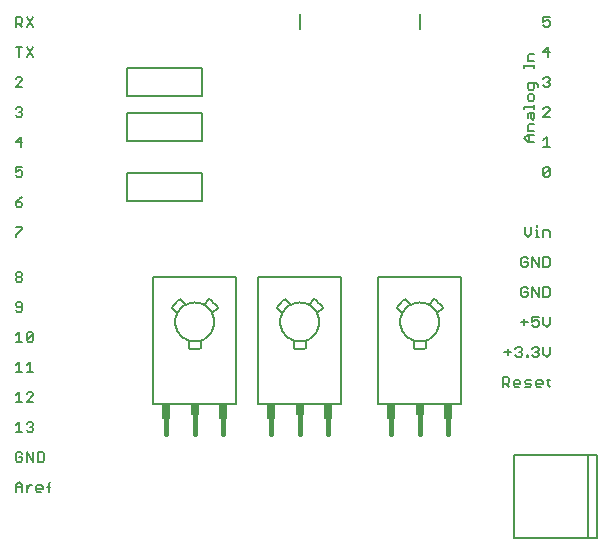
<source format=gto>
G75*
G70*
%OFA0B0*%
%FSLAX24Y24*%
%IPPOS*%
%LPD*%
%AMOC8*
5,1,8,0,0,1.08239X$1,22.5*
%
%ADD10C,0.0050*%
%ADD11R,0.0250X0.0500*%
%ADD12C,0.0160*%
%ADD13R,0.0250X0.0375*%
%ADD14C,0.0060*%
%ADD15C,0.0080*%
D10*
X006635Y015014D02*
X009385Y015014D01*
X009385Y019264D01*
X006635Y019264D01*
X006635Y015014D01*
X007810Y016887D02*
X007810Y017146D01*
X008210Y017146D02*
X008210Y016887D01*
X007243Y018234D02*
X007274Y018282D01*
X007309Y018328D01*
X007346Y018372D01*
X007387Y018413D01*
X007430Y018452D01*
X007475Y018488D01*
X007522Y018520D01*
X007522Y018521D02*
X007707Y018339D01*
X007427Y018053D02*
X007242Y018234D01*
X008498Y018520D02*
X008545Y018488D01*
X008590Y018452D01*
X008633Y018413D01*
X008674Y018372D01*
X008711Y018328D01*
X008746Y018282D01*
X008777Y018234D01*
X008592Y018053D01*
X008313Y018339D02*
X008498Y018521D01*
X007360Y017764D02*
X007362Y017814D01*
X007368Y017864D01*
X007378Y017914D01*
X007391Y017962D01*
X007408Y018010D01*
X007429Y018056D01*
X007453Y018100D01*
X007481Y018142D01*
X007512Y018182D01*
X007546Y018219D01*
X007583Y018254D01*
X007622Y018285D01*
X007663Y018314D01*
X007707Y018339D01*
X007753Y018361D01*
X007800Y018379D01*
X007848Y018393D01*
X007897Y018404D01*
X007947Y018411D01*
X007997Y018414D01*
X008048Y018413D01*
X008098Y018408D01*
X008148Y018399D01*
X008196Y018387D01*
X008244Y018370D01*
X008290Y018350D01*
X008335Y018327D01*
X008378Y018300D01*
X008418Y018270D01*
X008456Y018237D01*
X008491Y018201D01*
X008524Y018162D01*
X008553Y018121D01*
X008579Y018078D01*
X008602Y018033D01*
X008621Y017986D01*
X008636Y017938D01*
X008648Y017889D01*
X008656Y017839D01*
X008660Y017789D01*
X008660Y017739D01*
X008656Y017689D01*
X008648Y017639D01*
X008636Y017590D01*
X008621Y017542D01*
X008602Y017495D01*
X008579Y017450D01*
X008553Y017407D01*
X008524Y017366D01*
X008491Y017327D01*
X008456Y017291D01*
X008418Y017258D01*
X008378Y017228D01*
X008335Y017201D01*
X008290Y017178D01*
X008244Y017158D01*
X008196Y017141D01*
X008148Y017129D01*
X008098Y017120D01*
X008048Y017115D01*
X007997Y017114D01*
X007947Y017117D01*
X007897Y017124D01*
X007848Y017135D01*
X007800Y017149D01*
X007753Y017167D01*
X007707Y017189D01*
X007663Y017214D01*
X007622Y017243D01*
X007583Y017274D01*
X007546Y017309D01*
X007512Y017346D01*
X007481Y017386D01*
X007453Y017428D01*
X007429Y017472D01*
X007408Y017518D01*
X007391Y017566D01*
X007378Y017614D01*
X007368Y017664D01*
X007362Y017714D01*
X007360Y017764D01*
X007810Y016887D02*
X007867Y016876D01*
X007924Y016868D01*
X007981Y016864D01*
X008039Y016864D01*
X008096Y016868D01*
X008153Y016876D01*
X008210Y016887D01*
X010135Y015014D02*
X012885Y015014D01*
X012885Y019264D01*
X010135Y019264D01*
X010135Y015014D01*
X011310Y016887D02*
X011310Y017146D01*
X011710Y017146D02*
X011710Y016887D01*
X010743Y018234D02*
X010774Y018282D01*
X010809Y018328D01*
X010846Y018372D01*
X010887Y018413D01*
X010930Y018452D01*
X010975Y018488D01*
X011022Y018520D01*
X011022Y018521D02*
X011207Y018339D01*
X010927Y018053D02*
X010742Y018234D01*
X011998Y018520D02*
X012045Y018488D01*
X012090Y018452D01*
X012133Y018413D01*
X012174Y018372D01*
X012211Y018328D01*
X012246Y018282D01*
X012277Y018234D01*
X012092Y018053D01*
X011813Y018339D02*
X011998Y018521D01*
X010860Y017764D02*
X010862Y017814D01*
X010868Y017864D01*
X010878Y017914D01*
X010891Y017962D01*
X010908Y018010D01*
X010929Y018056D01*
X010953Y018100D01*
X010981Y018142D01*
X011012Y018182D01*
X011046Y018219D01*
X011083Y018254D01*
X011122Y018285D01*
X011163Y018314D01*
X011207Y018339D01*
X011253Y018361D01*
X011300Y018379D01*
X011348Y018393D01*
X011397Y018404D01*
X011447Y018411D01*
X011497Y018414D01*
X011548Y018413D01*
X011598Y018408D01*
X011648Y018399D01*
X011696Y018387D01*
X011744Y018370D01*
X011790Y018350D01*
X011835Y018327D01*
X011878Y018300D01*
X011918Y018270D01*
X011956Y018237D01*
X011991Y018201D01*
X012024Y018162D01*
X012053Y018121D01*
X012079Y018078D01*
X012102Y018033D01*
X012121Y017986D01*
X012136Y017938D01*
X012148Y017889D01*
X012156Y017839D01*
X012160Y017789D01*
X012160Y017739D01*
X012156Y017689D01*
X012148Y017639D01*
X012136Y017590D01*
X012121Y017542D01*
X012102Y017495D01*
X012079Y017450D01*
X012053Y017407D01*
X012024Y017366D01*
X011991Y017327D01*
X011956Y017291D01*
X011918Y017258D01*
X011878Y017228D01*
X011835Y017201D01*
X011790Y017178D01*
X011744Y017158D01*
X011696Y017141D01*
X011648Y017129D01*
X011598Y017120D01*
X011548Y017115D01*
X011497Y017114D01*
X011447Y017117D01*
X011397Y017124D01*
X011348Y017135D01*
X011300Y017149D01*
X011253Y017167D01*
X011207Y017189D01*
X011163Y017214D01*
X011122Y017243D01*
X011083Y017274D01*
X011046Y017309D01*
X011012Y017346D01*
X010981Y017386D01*
X010953Y017428D01*
X010929Y017472D01*
X010908Y017518D01*
X010891Y017566D01*
X010878Y017614D01*
X010868Y017664D01*
X010862Y017714D01*
X010860Y017764D01*
X011310Y016887D02*
X011367Y016876D01*
X011424Y016868D01*
X011481Y016864D01*
X011539Y016864D01*
X011596Y016868D01*
X011653Y016876D01*
X011710Y016887D01*
X014135Y015014D02*
X016885Y015014D01*
X016885Y019264D01*
X014135Y019264D01*
X014135Y015014D01*
X015310Y016887D02*
X015310Y017146D01*
X015710Y017146D02*
X015710Y016887D01*
X014743Y018234D02*
X014774Y018282D01*
X014809Y018328D01*
X014846Y018372D01*
X014887Y018413D01*
X014930Y018452D01*
X014975Y018488D01*
X015022Y018520D01*
X015022Y018521D02*
X015207Y018339D01*
X014927Y018053D02*
X014742Y018234D01*
X015998Y018520D02*
X016045Y018488D01*
X016090Y018452D01*
X016133Y018413D01*
X016174Y018372D01*
X016211Y018328D01*
X016246Y018282D01*
X016277Y018234D01*
X016092Y018053D01*
X015813Y018339D02*
X015998Y018521D01*
X014860Y017764D02*
X014862Y017814D01*
X014868Y017864D01*
X014878Y017914D01*
X014891Y017962D01*
X014908Y018010D01*
X014929Y018056D01*
X014953Y018100D01*
X014981Y018142D01*
X015012Y018182D01*
X015046Y018219D01*
X015083Y018254D01*
X015122Y018285D01*
X015163Y018314D01*
X015207Y018339D01*
X015253Y018361D01*
X015300Y018379D01*
X015348Y018393D01*
X015397Y018404D01*
X015447Y018411D01*
X015497Y018414D01*
X015548Y018413D01*
X015598Y018408D01*
X015648Y018399D01*
X015696Y018387D01*
X015744Y018370D01*
X015790Y018350D01*
X015835Y018327D01*
X015878Y018300D01*
X015918Y018270D01*
X015956Y018237D01*
X015991Y018201D01*
X016024Y018162D01*
X016053Y018121D01*
X016079Y018078D01*
X016102Y018033D01*
X016121Y017986D01*
X016136Y017938D01*
X016148Y017889D01*
X016156Y017839D01*
X016160Y017789D01*
X016160Y017739D01*
X016156Y017689D01*
X016148Y017639D01*
X016136Y017590D01*
X016121Y017542D01*
X016102Y017495D01*
X016079Y017450D01*
X016053Y017407D01*
X016024Y017366D01*
X015991Y017327D01*
X015956Y017291D01*
X015918Y017258D01*
X015878Y017228D01*
X015835Y017201D01*
X015790Y017178D01*
X015744Y017158D01*
X015696Y017141D01*
X015648Y017129D01*
X015598Y017120D01*
X015548Y017115D01*
X015497Y017114D01*
X015447Y017117D01*
X015397Y017124D01*
X015348Y017135D01*
X015300Y017149D01*
X015253Y017167D01*
X015207Y017189D01*
X015163Y017214D01*
X015122Y017243D01*
X015083Y017274D01*
X015046Y017309D01*
X015012Y017346D01*
X014981Y017386D01*
X014953Y017428D01*
X014929Y017472D01*
X014908Y017518D01*
X014891Y017566D01*
X014878Y017614D01*
X014868Y017664D01*
X014862Y017714D01*
X014860Y017764D01*
X015310Y016887D02*
X015367Y016876D01*
X015424Y016868D01*
X015481Y016864D01*
X015539Y016864D01*
X015596Y016868D01*
X015653Y016876D01*
X015710Y016887D01*
D11*
X016447Y014764D03*
X014572Y014764D03*
X012447Y014764D03*
X010572Y014764D03*
X008947Y014764D03*
X007072Y014764D03*
D12*
X007072Y014577D02*
X007072Y014014D01*
X008010Y014014D02*
X008010Y014702D01*
X008947Y014577D02*
X008947Y014014D01*
X010572Y014014D02*
X010572Y014577D01*
X011510Y014702D02*
X011510Y014014D01*
X012447Y014014D02*
X012447Y014577D01*
X014572Y014577D02*
X014572Y014014D01*
X015510Y014014D02*
X015510Y014702D01*
X016447Y014577D02*
X016447Y014014D01*
D13*
X015510Y014827D03*
X011510Y014827D03*
X008010Y014827D03*
D14*
X002040Y012321D02*
X002040Y012094D01*
X002040Y012264D02*
X002267Y012264D01*
X002267Y012321D02*
X002267Y012094D01*
X002408Y012094D02*
X002408Y012321D01*
X002408Y012208D02*
X002521Y012321D01*
X002578Y012321D01*
X002715Y012264D02*
X002772Y012321D01*
X002885Y012321D01*
X002942Y012264D01*
X002942Y012208D01*
X002715Y012208D01*
X002715Y012264D02*
X002715Y012151D01*
X002772Y012094D01*
X002885Y012094D01*
X003140Y012094D02*
X003140Y012378D01*
X003197Y012435D01*
X003197Y012264D02*
X003083Y012264D01*
X002946Y013094D02*
X002776Y013094D01*
X002776Y013435D01*
X002946Y013435D01*
X003003Y013378D01*
X003003Y013151D01*
X002946Y013094D01*
X002635Y013094D02*
X002635Y013435D01*
X002408Y013435D02*
X002408Y013094D01*
X002267Y013151D02*
X002267Y013264D01*
X002153Y013264D01*
X002040Y013151D02*
X002040Y013378D01*
X002096Y013435D01*
X002210Y013435D01*
X002267Y013378D01*
X002408Y013435D02*
X002635Y013094D01*
X002267Y013151D02*
X002210Y013094D01*
X002096Y013094D01*
X002040Y013151D01*
X002153Y012435D02*
X002267Y012321D01*
X002153Y012435D02*
X002040Y012321D01*
X002040Y014094D02*
X002267Y014094D01*
X002153Y014094D02*
X002153Y014435D01*
X002040Y014321D01*
X002408Y014378D02*
X002465Y014435D01*
X002578Y014435D01*
X002635Y014378D01*
X002635Y014321D01*
X002578Y014264D01*
X002635Y014208D01*
X002635Y014151D01*
X002578Y014094D01*
X002465Y014094D01*
X002408Y014151D01*
X002521Y014264D02*
X002578Y014264D01*
X002635Y015094D02*
X002408Y015094D01*
X002635Y015321D01*
X002635Y015378D01*
X002578Y015435D01*
X002465Y015435D01*
X002408Y015378D01*
X002267Y015094D02*
X002040Y015094D01*
X002153Y015094D02*
X002153Y015435D01*
X002040Y015321D01*
X002040Y016094D02*
X002267Y016094D01*
X002153Y016094D02*
X002153Y016435D01*
X002040Y016321D01*
X002408Y016321D02*
X002521Y016435D01*
X002521Y016094D01*
X002408Y016094D02*
X002635Y016094D01*
X002578Y017094D02*
X002465Y017094D01*
X002408Y017151D01*
X002635Y017378D01*
X002635Y017151D01*
X002578Y017094D01*
X002408Y017151D02*
X002408Y017378D01*
X002465Y017435D01*
X002578Y017435D01*
X002635Y017378D01*
X002267Y017094D02*
X002040Y017094D01*
X002153Y017094D02*
X002153Y017435D01*
X002040Y017321D01*
X002096Y018094D02*
X002210Y018094D01*
X002267Y018151D01*
X002267Y018378D01*
X002210Y018435D01*
X002096Y018435D01*
X002040Y018378D01*
X002040Y018321D01*
X002096Y018264D01*
X002267Y018264D01*
X002096Y018094D02*
X002040Y018151D01*
X002096Y019094D02*
X002040Y019151D01*
X002040Y019208D01*
X002096Y019264D01*
X002210Y019264D01*
X002267Y019208D01*
X002267Y019151D01*
X002210Y019094D01*
X002096Y019094D01*
X002096Y019264D02*
X002040Y019321D01*
X002040Y019378D01*
X002096Y019435D01*
X002210Y019435D01*
X002267Y019378D01*
X002267Y019321D01*
X002210Y019264D01*
X002040Y020594D02*
X002040Y020651D01*
X002267Y020878D01*
X002267Y020935D01*
X002040Y020935D01*
X002096Y021594D02*
X002210Y021594D01*
X002267Y021651D01*
X002267Y021708D01*
X002210Y021764D01*
X002040Y021764D01*
X002040Y021651D01*
X002096Y021594D01*
X002040Y021764D02*
X002153Y021878D01*
X002267Y021935D01*
X002210Y022594D02*
X002096Y022594D01*
X002040Y022651D01*
X002040Y022764D02*
X002153Y022821D01*
X002210Y022821D01*
X002267Y022764D01*
X002267Y022651D01*
X002210Y022594D01*
X002040Y022764D02*
X002040Y022935D01*
X002267Y022935D01*
X002210Y023594D02*
X002210Y023935D01*
X002040Y023764D01*
X002267Y023764D01*
X002210Y024594D02*
X002096Y024594D01*
X002040Y024651D01*
X002153Y024764D02*
X002210Y024764D01*
X002267Y024708D01*
X002267Y024651D01*
X002210Y024594D01*
X002210Y024764D02*
X002267Y024821D01*
X002267Y024878D01*
X002210Y024935D01*
X002096Y024935D01*
X002040Y024878D01*
X002040Y025594D02*
X002267Y025821D01*
X002267Y025878D01*
X002210Y025935D01*
X002096Y025935D01*
X002040Y025878D01*
X002040Y025594D02*
X002267Y025594D01*
X002153Y026594D02*
X002153Y026935D01*
X002040Y026935D02*
X002267Y026935D01*
X002408Y026935D02*
X002635Y026594D01*
X002408Y026594D02*
X002635Y026935D01*
X002635Y027594D02*
X002408Y027935D01*
X002267Y027878D02*
X002267Y027764D01*
X002210Y027708D01*
X002040Y027708D01*
X002153Y027708D02*
X002267Y027594D01*
X002408Y027594D02*
X002635Y027935D01*
X002267Y027878D02*
X002210Y027935D01*
X002040Y027935D01*
X002040Y027594D01*
X018337Y016764D02*
X018564Y016764D01*
X018451Y016651D02*
X018451Y016878D01*
X018706Y016878D02*
X018762Y016935D01*
X018876Y016935D01*
X018933Y016878D01*
X018933Y016821D01*
X018876Y016764D01*
X018933Y016708D01*
X018933Y016651D01*
X018876Y016594D01*
X018762Y016594D01*
X018706Y016651D01*
X018819Y016764D02*
X018876Y016764D01*
X019074Y016651D02*
X019131Y016651D01*
X019131Y016594D01*
X019074Y016594D01*
X019074Y016651D01*
X019258Y016651D02*
X019315Y016594D01*
X019428Y016594D01*
X019485Y016651D01*
X019485Y016708D01*
X019428Y016764D01*
X019372Y016764D01*
X019428Y016764D02*
X019485Y016821D01*
X019485Y016878D01*
X019428Y016935D01*
X019315Y016935D01*
X019258Y016878D01*
X019626Y016935D02*
X019626Y016708D01*
X019740Y016594D01*
X019853Y016708D01*
X019853Y016935D01*
X019740Y017594D02*
X019853Y017708D01*
X019853Y017935D01*
X019626Y017935D02*
X019626Y017708D01*
X019740Y017594D01*
X019485Y017651D02*
X019428Y017594D01*
X019315Y017594D01*
X019258Y017651D01*
X019258Y017764D02*
X019372Y017821D01*
X019428Y017821D01*
X019485Y017764D01*
X019485Y017651D01*
X019258Y017764D02*
X019258Y017935D01*
X019485Y017935D01*
X019117Y017764D02*
X018890Y017764D01*
X019003Y017651D02*
X019003Y017878D01*
X018947Y018594D02*
X019060Y018594D01*
X019117Y018651D01*
X019117Y018764D01*
X019003Y018764D01*
X018890Y018651D02*
X018947Y018594D01*
X018890Y018651D02*
X018890Y018878D01*
X018947Y018935D01*
X019060Y018935D01*
X019117Y018878D01*
X019258Y018935D02*
X019485Y018594D01*
X019485Y018935D01*
X019626Y018935D02*
X019626Y018594D01*
X019797Y018594D01*
X019853Y018651D01*
X019853Y018878D01*
X019797Y018935D01*
X019626Y018935D01*
X019258Y018935D02*
X019258Y018594D01*
X019258Y019594D02*
X019258Y019935D01*
X019485Y019594D01*
X019485Y019935D01*
X019626Y019935D02*
X019626Y019594D01*
X019797Y019594D01*
X019853Y019651D01*
X019853Y019878D01*
X019797Y019935D01*
X019626Y019935D01*
X019117Y019878D02*
X019060Y019935D01*
X018947Y019935D01*
X018890Y019878D01*
X018890Y019651D01*
X018947Y019594D01*
X019060Y019594D01*
X019117Y019651D01*
X019117Y019764D01*
X019003Y019764D01*
X019126Y020594D02*
X019239Y020708D01*
X019239Y020935D01*
X019381Y020821D02*
X019438Y020821D01*
X019438Y020594D01*
X019494Y020594D02*
X019381Y020594D01*
X019626Y020594D02*
X019626Y020821D01*
X019797Y020821D01*
X019853Y020764D01*
X019853Y020594D01*
X019438Y020935D02*
X019438Y020991D01*
X019013Y020935D02*
X019013Y020708D01*
X019126Y020594D01*
X019683Y022594D02*
X019626Y022651D01*
X019853Y022878D01*
X019853Y022651D01*
X019797Y022594D01*
X019683Y022594D01*
X019626Y022651D02*
X019626Y022878D01*
X019683Y022935D01*
X019797Y022935D01*
X019853Y022878D01*
X019853Y023594D02*
X019626Y023594D01*
X019740Y023594D02*
X019740Y023935D01*
X019626Y023821D01*
X019335Y023775D02*
X019108Y023775D01*
X018994Y023888D01*
X019108Y024002D01*
X019335Y024002D01*
X019335Y024143D02*
X019108Y024143D01*
X019108Y024313D01*
X019165Y024370D01*
X019335Y024370D01*
X019278Y024512D02*
X019221Y024568D01*
X019221Y024738D01*
X019165Y024738D02*
X019335Y024738D01*
X019335Y024568D01*
X019278Y024512D01*
X019108Y024568D02*
X019108Y024682D01*
X019165Y024738D01*
X019335Y024880D02*
X019335Y024993D01*
X019335Y024937D02*
X018994Y024937D01*
X018994Y024880D01*
X019165Y025125D02*
X019108Y025182D01*
X019108Y025296D01*
X019165Y025352D01*
X019278Y025352D01*
X019335Y025296D01*
X019335Y025182D01*
X019278Y025125D01*
X019165Y025125D01*
X019165Y025494D02*
X019278Y025494D01*
X019335Y025550D01*
X019335Y025721D01*
X019391Y025721D02*
X019108Y025721D01*
X019108Y025550D01*
X019165Y025494D01*
X019448Y025607D02*
X019448Y025664D01*
X019391Y025721D01*
X019626Y025651D02*
X019683Y025594D01*
X019797Y025594D01*
X019853Y025651D01*
X019853Y025708D01*
X019797Y025764D01*
X019740Y025764D01*
X019797Y025764D02*
X019853Y025821D01*
X019853Y025878D01*
X019797Y025935D01*
X019683Y025935D01*
X019626Y025878D01*
X019335Y026230D02*
X019335Y026344D01*
X019335Y026287D02*
X018994Y026287D01*
X018994Y026230D02*
X018994Y026344D01*
X019108Y026476D02*
X019108Y026646D01*
X019165Y026703D01*
X019335Y026703D01*
X019335Y026476D02*
X019108Y026476D01*
X019626Y026764D02*
X019853Y026764D01*
X019797Y026594D02*
X019797Y026935D01*
X019626Y026764D01*
X019683Y027594D02*
X019626Y027651D01*
X019683Y027594D02*
X019797Y027594D01*
X019853Y027651D01*
X019853Y027764D01*
X019797Y027821D01*
X019740Y027821D01*
X019626Y027764D01*
X019626Y027935D01*
X019853Y027935D01*
X019797Y024935D02*
X019683Y024935D01*
X019626Y024878D01*
X019797Y024935D02*
X019853Y024878D01*
X019853Y024821D01*
X019626Y024594D01*
X019853Y024594D01*
X019165Y024002D02*
X019165Y023775D01*
X018446Y015935D02*
X018276Y015935D01*
X018276Y015594D01*
X018276Y015708D02*
X018446Y015708D01*
X018503Y015764D01*
X018503Y015878D01*
X018446Y015935D01*
X018389Y015708D02*
X018503Y015594D01*
X018644Y015651D02*
X018644Y015764D01*
X018701Y015821D01*
X018814Y015821D01*
X018871Y015764D01*
X018871Y015708D01*
X018644Y015708D01*
X018644Y015651D02*
X018701Y015594D01*
X018814Y015594D01*
X019013Y015594D02*
X019183Y015594D01*
X019239Y015651D01*
X019183Y015708D01*
X019069Y015708D01*
X019013Y015764D01*
X019069Y015821D01*
X019239Y015821D01*
X019381Y015764D02*
X019438Y015821D01*
X019551Y015821D01*
X019608Y015764D01*
X019608Y015708D01*
X019381Y015708D01*
X019381Y015764D02*
X019381Y015651D01*
X019438Y015594D01*
X019551Y015594D01*
X019806Y015651D02*
X019806Y015878D01*
X019749Y015821D02*
X019863Y015821D01*
X019806Y015651D02*
X019863Y015594D01*
D15*
X018671Y013331D02*
X021112Y013331D01*
X021112Y010575D01*
X018671Y010575D01*
X018671Y013331D01*
X021112Y013331D02*
X021427Y013331D01*
X021427Y010575D01*
X021112Y010575D01*
X015510Y027514D02*
X015510Y028014D01*
X011510Y028014D02*
X011510Y027514D01*
X008250Y026237D02*
X008250Y025292D01*
X005770Y025292D01*
X005770Y026237D01*
X008250Y026237D01*
X008250Y024737D02*
X005770Y024737D01*
X005770Y023792D01*
X008250Y023792D01*
X008250Y024737D01*
X008250Y022737D02*
X005770Y022737D01*
X005770Y021792D01*
X008250Y021792D01*
X008250Y022737D01*
M02*

</source>
